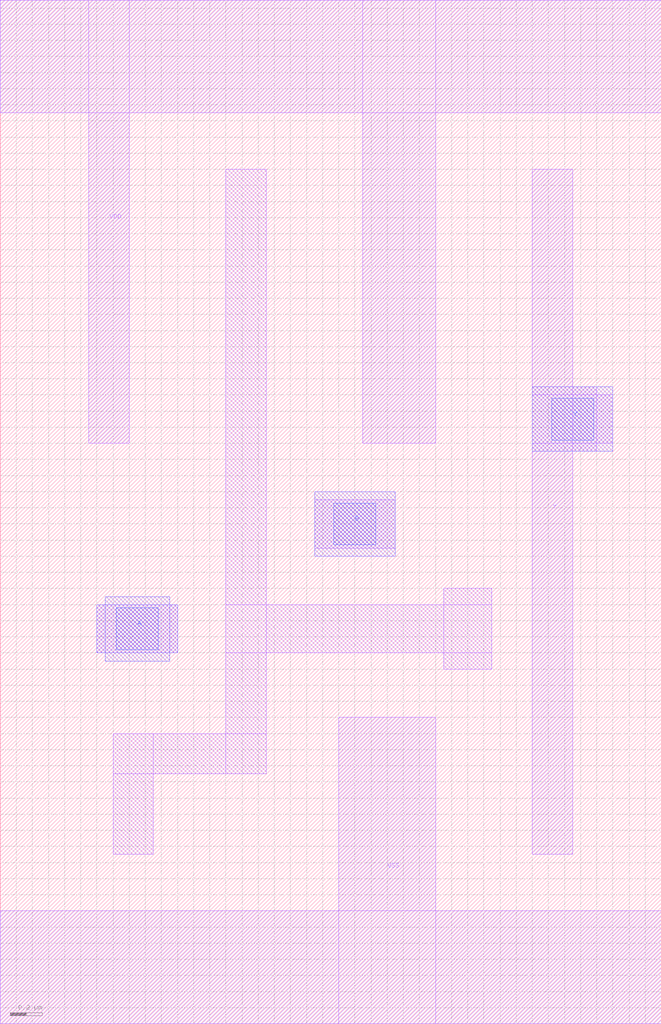
<source format=lef>
# Copyright 2022 Google LLC
# Licensed under the Apache License, Version 2.0 (the "License");
# you may not use this file except in compliance with the License.
# You may obtain a copy of the License at
#
#      http://www.apache.org/licenses/LICENSE-2.0
#
# Unless required by applicable law or agreed to in writing, software
# distributed under the License is distributed on an "AS IS" BASIS,
# WITHOUT WARRANTIES OR CONDITIONS OF ANY KIND, either express or implied.
# See the License for the specific language governing permissions and
# limitations under the License.
VERSION 5.7 ;
BUSBITCHARS "[]" ;
DIVIDERCHAR "/" ;

MACRO gf180mcu_osu_sc_gp9t3v3__and2_1
  CLASS CORE ;
  ORIGIN 0 0 ;
  FOREIGN gf180mcu_osu_sc_gp9t3v3__and2_1 0 0 ;
  SIZE 4.1 BY 6.35 ;
  SYMMETRY X Y ;
  SITE gf180mcu_osu_sc_gp9t3v3 ;
  PIN VDD
    DIRECTION INOUT ;
    USE POWER ;
    SHAPE ABUTMENT ;
    PORT
      LAYER Metal1 ;
        RECT 0 5.65 4.1 6.35 ;
        RECT 2.25 3.6 2.7 6.35 ;
        RECT 0.55 3.6 0.8 6.35 ;
    END
  END VDD
  PIN VSS
    DIRECTION INOUT ;
    USE GROUND ;
    SHAPE ABUTMENT ;
    PORT
      LAYER Metal1 ;
        RECT 0 0 4.1 0.7 ;
        RECT 2.1 0 2.7 1.9 ;
    END
  END VSS
  PIN A
    DIRECTION INPUT ;
    USE SIGNAL ;
    PORT
      LAYER Metal1 ;
        RECT 0.6 2.3 1.1 2.6 ;
      LAYER Metal2 ;
        RECT 0.6 2.3 1.1 2.6 ;
        RECT 0.65 2.25 1.05 2.65 ;
      LAYER Via1 ;
        RECT 0.72 2.32 0.98 2.58 ;
    END
  END A
  PIN B
    DIRECTION INPUT ;
    USE SIGNAL ;
    PORT
      LAYER Metal1 ;
        RECT 1.95 2.95 2.45 3.25 ;
      LAYER Metal2 ;
        RECT 1.95 2.9 2.45 3.3 ;
      LAYER Via1 ;
        RECT 2.07 2.97 2.33 3.23 ;
    END
  END B
  PIN Y
    DIRECTION OUTPUT ;
    USE SIGNAL ;
    PORT
      LAYER Metal1 ;
        RECT 3.3 3.6 3.8 3.9 ;
        RECT 3.3 3.55 3.7 3.95 ;
        RECT 3.3 1.05 3.55 5.3 ;
      LAYER Metal2 ;
        RECT 3.3 3.55 3.8 3.95 ;
      LAYER Via1 ;
        RECT 3.42 3.62 3.68 3.88 ;
    END
  END Y
  OBS
    LAYER Metal1 ;
      RECT 1.4 1.55 1.65 5.3 ;
      RECT 2.75 2.2 3.05 2.7 ;
      RECT 1.4 2.3 3.05 2.6 ;
      RECT 0.7 1.55 1.65 1.8 ;
      RECT 0.7 1.05 0.95 1.8 ;
  END
END gf180mcu_osu_sc_gp9t3v3__and2_1

</source>
